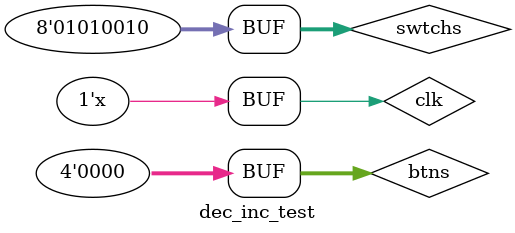
<source format=v>
`timescale 1ns / 1ps
module dec_inc_test();
    reg clk;
    reg[3:0] btns;
    reg[7:0] swtchs;
    wire[7:0] leds;
    wire[6:0] segs;
    wire[3:0] an;
    
    top u1(.clk(clk), .btns(btns), .swtchs(swtchs), .leds(leds), .segs(segs), .an(an));
    
    
    initial begin
        clk = 1'b0;
        btns = 4'b0000;
        swtchs = 8'h00;
        
        #2;
        
        btns = 4'b1000;
         
        #50;
        
        btns = 4'b1010;
        
        #50;
        
        btns = 4'b0000;
        swtchs = 8'b01010000;
        
        #50;
        
        btns = 4'b0001;
        
        #50;
        
        btns = 4'b0000;
        swtchs = 8'b01010001;
        
        #50;
        
        btns = 4'b0001;
        
        #50;
        
        btns = 4'b0000;
        swtchs = 8'b01010010;
        
        #50;
        
        btns = 4'b0001;
        
        #50;
        
        btns = 4'b0000;
        
        #50;
        btns = 4'b1101;
        
        #50;
        btns = 4'b0000;
        
        #50;
        
        btns = 4'b1101;
        
        #50;
        
        btns = 4'b0000;
        
        #50;
        
        btns = 4'b1110;
        
        #50;
        
        btns = 4'b0000;
        
        #50;
        
        btns = 4'b1110;
        
        #50;
        btns = 4'b0000; 
    end
    
    
    always
        clk = #1 ~clk;
    
endmodule

</source>
